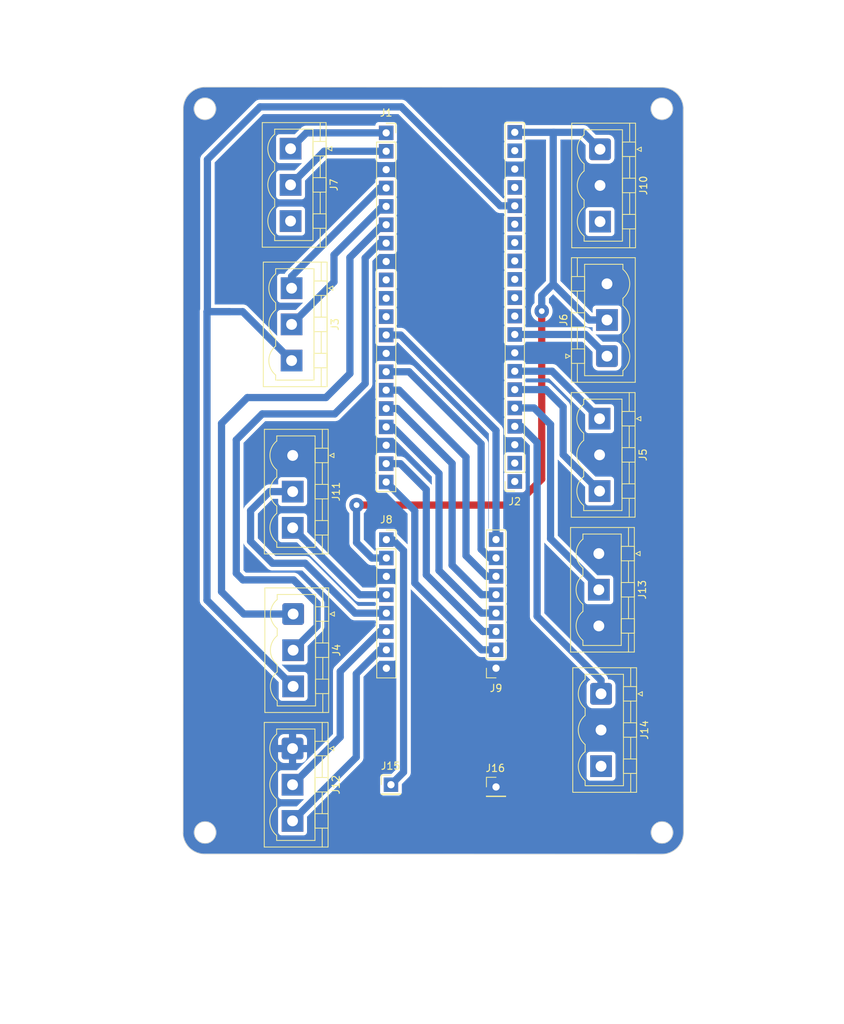
<source format=kicad_pcb>
(kicad_pcb (version 20221018) (generator pcbnew)
  (layers (0 "F.Cu" signal) (31 "B.Cu" signal) (34 "B.Paste" user) (35 "F.Paste" user) (36 "B.SilkS" user "B.Silkscreen") (37 "F.SilkS" user "F.Silkscreen") (38 "B.Mask" user) (39 "F.Mask" user) (44 "Edge.Cuts" user))
  (net 0 "")
  (net 1 "TX")
  (net 2 "RX")
  (net 4 "PWM_Servo")
  (net 5 "Fc1")
  (net 6 "EncoB1")
  (net 7 "EncoA1")
  (net 9 "Fc4")
  (net 10 "Fc3")
  (net 11 "Fc2")
  (net 12 "EncoB2")
  (net 14 "EncoA2")
  (net 17 "PWMB")
  (net 18 "BIN2")
  (net 19 "BIN1")
  (net 20 "STBY")
  (net 21 "AIN1")
  (net 22 "AIN2")
  (net 23 "PWMA")
  (net 30 "3.3V")
  (net 32 "GND")
  (net 34 "5V I_O")
  (net 35 "A02")
  (net 36 "A01")
  (net 37 "B02")
  (net 38 "B01")
  (net 39 "V_Motor")
  (footprint "Connector_PinHeader_2.54mm:PinHeader_1x01_P2.54mm_Vertical" (layer "F.Cu") (at 103.124 140.9192)
    (fp_text reference "J15" (at -0.0508 -2.5908) (layer "F.SilkS"))
    (fp_text value "Conn_01x01")
    (pad "1" thru_hole rect (at 0 0) (size 2 2) (drill 1) (layers "*.Cu" "*.Mask") (net 39 "V_Motor"))
  )
  (footprint "Connector_Phoenix_MSTB:PhoenixContact_MSTBVA_2,5_3-G_1x03_P5.00mm_Vertical" (layer "F.Cu") (at 89.2443 53.0136 -90)
    (fp_text reference "J7" (at 5 -6 -90) (layer "F.SilkS"))
    (fp_text value "Screw_Terminal_01x03")
    (pad "1" thru_hole rect (at 0 0 270) (size 3 3) (drill 1.5) (layers "*.Cu" "*.Mask") (net 1 "TX"))
    (pad "2" thru_hole rect (at 5 0 270) (size 3 3) (drill 1.5) (layers "*.Cu" "*.Mask") (net 2 "RX"))
    (pad "3" thru_hole rect (at 10 0 270) (size 3 3) (drill 1.5) (layers "*.Cu" "*.Mask"))
  )
  (footprint "Connector_Phoenix_MSTB:PhoenixContact_MSTBVA_2,5_3-G_1x03_P5.00mm_Vertical" (layer "F.Cu") (at 89.3854 72.296 -90)
    (fp_text reference "J3" (at 5 -6 -90) (layer "F.SilkS"))
    (fp_text value "Screw_Terminal_01x03")
    (pad "1" thru_hole rect (at 0 0 270) (size 3 3) (drill 1.5) (layers "*.Cu" "*.Mask") (net 6 "EncoB1"))
    (pad "2" thru_hole rect (at 5 0 270) (size 3 3) (drill 1.5) (layers "*.Cu" "*.Mask") (net 7 "EncoA1"))
    (pad "3" thru_hole rect (at 10 0 270) (size 3 3) (drill 1.5) (layers "*.Cu" "*.Mask") (net 30 "3.3V"))
  )
  (footprint "Connector_PinSocket_2.54mm:PinSocket_1x08_P2.54mm_Vertical" (layer "F.Cu") (at 102.4894 107.046)
    (fp_text reference "J8" (at 0 -2.77) (layer "F.SilkS"))
    (fp_text value "Conn_01x08" hide)
    (pad "1" thru_hole rect (at 0 0) (size 2 2) (drill 1) (layers "*.Cu" "*.Mask") (net 39 "V_Motor"))
    (pad "2" thru_hole rect (at 0 2.54) (size 2 2) (drill 1) (layers "*.Cu" "*.Mask") (net 34 "5V I_O"))
    (pad "3" thru_hole rect (at 0 5.08) (size 2 2) (drill 1) (layers "*.Cu" "*.Mask") (net 32 "GND"))
    (pad "4" thru_hole rect (at 0 7.62) (size 2 2) (drill 1) (layers "*.Cu" "*.Mask") (net 36 "A01"))
    (pad "5" thru_hole rect (at 0 10.16) (size 2 2) (drill 1) (layers "*.Cu" "*.Mask") (net 35 "A02"))
    (pad "6" thru_hole rect (at 0 12.7) (size 2 2) (drill 1) (layers "*.Cu" "*.Mask") (net 37 "B02"))
    (pad "7" thru_hole rect (at 0 15.24) (size 2 2) (drill 1) (layers "*.Cu" "*.Mask") (net 38 "B01"))
    (pad "8" thru_hole rect (at 0 17.78) (size 2 2) (drill 1) (layers "*.Cu" "B.Mask") (net 32 "GND"))
  )
  (footprint "Connector_Phoenix_MSTB:PhoenixContact_MSTBVA_2,5_3-G_1x03_P5.00mm_Vertical" (layer "F.Cu") (at 132.1703 128.3576 -90)
    (fp_text reference "J14" (at 5 -6 -90) (layer "F.SilkS"))
    (fp_text value "Screw_Terminal_01x03")
    (pad "1" thru_hole roundrect (at 0 0 270) (size 3 3) (drill 1.5) (layers "*.Cu" "*.Mask") (roundrect_rratio 0.125) (net 9 "Fc4"))
    (pad "2" thru_hole rect (at 5 0 270) (size 3 3) (drill 1.5) (layers "*.Cu" "*.Mask") (net 32 "GND"))
    (pad "3" thru_hole rect (at 10 0 270) (size 3 3) (drill 1.5) (layers "*.Cu" "*.Mask"))
  )
  (footprint "Connector_Phoenix_MSTB:PhoenixContact_MSTBVA_2,5_3-G_1x03_P5.00mm_Vertical" (layer "F.Cu") (at 89.5378 95.41 -90)
    (fp_text reference "J11" (at 5 -6 -90) (layer "F.SilkS"))
    (fp_text value "Screw_Terminal_01x03")
    (pad "1" thru_hole rect (at 0 0 270) (size 3 3) (drill 1.5) (layers "*.Cu" "*.Mask") (net 32 "GND"))
    (pad "2" thru_hole rect (at 5 0 270) (size 3 3) (drill 1.5) (layers "*.Cu" "*.Mask") (net 35 "A02"))
    (pad "3" thru_hole rect (at 10 0 270) (size 3 3) (drill 1.5) (layers "*.Cu" "*.Mask") (net 36 "A01"))
  )
  (footprint "Connector_PinSocket_2.54mm:PinSocket_1x08_P2.54mm_Vertical" (layer "F.Cu") (at 117.6528 124.8156 180)
    (fp_text reference "J9" (at 0 -2.77) (layer "F.SilkS"))
    (fp_text value "Conn_01x08" hide)
    (pad "1" thru_hole rect (at 0 0 180) (size 2 2) (drill 1) (layers "*.Cu" "*.Mask") (net 32 "GND"))
    (pad "2" thru_hole rect (at 0 2.54 180) (size 2 2) (drill 1) (layers "*.Cu" "*.Mask") (net 17 "PWMB"))
    (pad "3" thru_hole rect (at 0 5.08 180) (size 2 2) (drill 1) (layers "*.Cu" "*.Mask") (net 18 "BIN2"))
    (pad "4" thru_hole rect (at 0 7.62 180) (size 2 2) (drill 1) (layers "*.Cu" "*.Mask") (net 19 "BIN1"))
    (pad "5" thru_hole rect (at 0 10.16 180) (size 2 2) (drill 1) (layers "*.Cu" "*.Mask") (net 20 "STBY"))
    (pad "6" thru_hole rect (at 0 12.7 180) (size 2 2) (drill 1) (layers "*.Cu" "*.Mask") (net 21 "AIN1"))
    (pad "7" thru_hole rect (at 0 15.24 180) (size 2 2) (drill 1) (layers "*.Cu" "*.Mask") (net 22 "AIN2"))
    (pad "8" thru_hole rect (at 0 17.78 180) (size 2 2) (drill 1) (layers "*.Cu" "*.Mask") (net 23 "PWMA"))
  )
  (footprint "Connector_Phoenix_MSTB:PhoenixContact_MSTBVA_2,5_3-G_1x03_P5.00mm_Vertical" (layer "F.Cu") (at 89.52 135.92 -90)
    (fp_text reference "J12" (at 5 -6 -90) (layer "F.SilkS"))
    (fp_text value "Screw_Terminal_01x03")
    (pad "1" thru_hole roundrect (at 0 0 270) (size 3 3) (drill 1.5) (layers "*.Cu" "*.Mask") (roundrect_rratio 0.125) (net 32 "GND"))
    (pad "2" thru_hole rect (at 5 0 270) (size 3 3) (drill 1.5) (layers "*.Cu" "*.Mask") (net 37 "B02"))
    (pad "3" thru_hole rect (at 10 0 270) (size 3 3) (drill 1.5) (layers "*.Cu" "*.Mask") (net 38 "B01"))
  )
  (footprint "Connector_PinSocket_2.54mm:PinSocket_1x20_P2.54mm_Vertical" (layer "F.Cu") (at 120.2436 99.0092 180)
    (fp_text reference "J2" (at 0 -2.77) (layer "F.SilkS"))
    (fp_text value "Conn_01x20")
    (pad "1" thru_hole rect (at 0 0 180) (size 2 2) (drill 1) (layers "*.Cu" "*.Mask"))
    (pad "2" thru_hole rect (at 0 2.54 180) (size 2 2) (drill 1) (layers "*.Cu" "*.Mask"))
    (pad "3" thru_hole rect (at 0 5.08 180) (size 2 2) (drill 1) (layers "*.Cu" "*.Mask") (net 32 "GND"))
    (pad "4" thru_hole rect (at 0 7.62 180) (size 2 2) (drill 1) (layers "*.Cu" "*.Mask") (net 9 "Fc4"))
    (pad "5" thru_hole rect (at 0 10.16 180) (size 2 2) (drill 1) (layers "*.Cu" "*.Mask") (net 10 "Fc3"))
    (pad "6" thru_hole rect (at 0 12.7 180) (size 2 2) (drill 1) (layers "*.Cu" "*.Mask") (net 11 "Fc2"))
    (pad "7" thru_hole rect (at 0 15.24 180) (size 2 2) (drill 1) (layers "*.Cu" "*.Mask") (net 5 "Fc1"))
    (pad "8" thru_hole rect (at 0 17.78 180) (size 2 2) (drill 1) (layers "*.Cu" "*.Mask") (net 32 "GND"))
    (pad "9" thru_hole rect (at 0 20.32 180) (size 2 2) (drill 1) (layers "*.Cu" "*.Mask") (net 4 "PWM_Servo"))
    (pad "10" thru_hole rect (at 0 22.86 180) (size 2 2) (drill 1) (layers "*.Cu" "*.Mask"))
    (pad "11" thru_hole rect (at 0 25.4 180) (size 2 2) (drill 1) (layers "*.Cu" "*.Mask"))
    (pad "12" thru_hole rect (at 0 27.94 180) (size 2 2) (drill 1) (layers "*.Cu" "*.Mask"))
    (pad "13" thru_hole rect (at 0 30.48 180) (size 2 2) (drill 1) (layers "*.Cu" "*.Mask"))
    (pad "14" thru_hole rect (at 0 33.02 180) (size 2 2) (drill 1) (layers "*.Cu" "*.Mask"))
    (pad "15" thru_hole rect (at 0 35.56 180) (size 2 2) (drill 1) (layers "*.Cu" "*.Mask"))
    (pad "16" thru_hole rect (at 0 38.1 180) (size 2 2) (drill 1) (layers "*.Cu" "*.Mask") (net 30 "3.3V"))
    (pad "17" thru_hole rect (at 0 40.64 180) (size 2 2) (drill 1) (layers "*.Cu" "*.Mask"))
    (pad "18" thru_hole rect (at 0 43.18 180) (size 2 2) (drill 1) (layers "*.Cu" "*.Mask") (net 32 "GND"))
    (pad "19" thru_hole rect (at 0 45.72 180) (size 2 2) (drill 1) (layers "*.Cu" "*.Mask"))
    (pad "20" thru_hole rect (at 0 48.26 180) (size 2 2) (drill 1) (layers "*.Cu" "*.Mask") (net 34 "5V I_O"))
  )
  (footprint "Connector_Phoenix_MSTB:PhoenixContact_MSTBVA_2,5_3-G_1x03_P5.00mm_Vertical" (layer "F.Cu") (at 132.9944 81.6864 90)
    (fp_text reference "J6" (at 5 -6 90) (layer "F.SilkS"))
    (fp_text value "Screw_Terminal_01x03")
    (pad "1" thru_hole roundrect (at 0 0 90) (size 3 3) (drill 1.5) (layers "*.Cu" "*.Mask") (roundrect_rratio 0.125) (net 4 "PWM_Servo"))
    (pad "2" thru_hole rect (at 5 0 90) (size 3 3) (drill 1.5) (layers "*.Cu" "*.Mask") (net 34 "5V I_O"))
    (pad "3" thru_hole rect (at 10 0 90) (size 3 3) (drill 1.5) (layers "*.Cu" "*.Mask") (net 32 "GND"))
  )
  (footprint "Connector_Phoenix_MSTB:PhoenixContact_MSTBVA_2,5_3-G_1x03_P5.00mm_Vertical" (layer "F.Cu") (at 89.5999 117.3264 -90)
    (fp_text reference "J4" (at 5 -6 -90) (layer "F.SilkS"))
    (fp_text value "Screw_Terminal_01x03")
    (pad "1" thru_hole roundrect (at 0 0 270) (size 3 3) (drill 1.5) (layers "*.Cu" "*.Mask") (roundrect_rratio 0.125) (net 12 "EncoB2"))
    (pad "2" thru_hole rect (at 5 0 270) (size 3 3) (drill 1.5) (layers "*.Cu" "*.Mask") (net 14 "EncoA2"))
    (pad "3" thru_hole rect (at 10 0 270) (size 3 3) (drill 1.5) (layers "*.Cu" "*.Mask") (net 30 "3.3V"))
  )
  (footprint "Connector_PinSocket_2.54mm:PinSocket_1x20_P2.54mm_Vertical" (layer "F.Cu") (at 102.4636 50.8254)
    (fp_text reference "J1" (at 0 -2.77) (layer "F.SilkS"))
    (fp_text value "Conn_01x20" hide)
    (pad "1" thru_hole rect (at 0 0) (size 2 2) (drill 1) (layers "*.Cu" "*.Mask") (net 1 "TX"))
    (pad "2" thru_hole rect (at 0 2.54) (size 2 2) (drill 1) (layers "*.Cu" "*.Mask") (net 2 "RX"))
    (pad "3" thru_hole rect (at 0 5.08) (size 2 2) (drill 1) (layers "*.Cu" "*.Mask") (net 32 "GND"))
    (pad "4" thru_hole rect (at 0 7.62) (size 2 2) (drill 1) (layers "*.Cu" "*.Mask") (net 6 "EncoB1"))
    (pad "5" thru_hole rect (at 0 10.16) (size 2 2) (drill 1) (layers "*.Cu" "*.Mask") (net 7 "EncoA1"))
    (pad "6" thru_hole rect (at 0 12.7) (size 2 2) (drill 1) (layers "*.Cu" "*.Mask") (net 12 "EncoB2"))
    (pad "7" thru_hole rect (at 0 15.24) (size 2 2) (drill 1) (layers "*.Cu" "*.Mask") (net 14 "EncoA2"))
    (pad "8" thru_hole rect (at 0 17.78) (size 2 2) (drill 1) (layers "*.Cu" "*.Mask") (net 32 "GND"))
    (pad "9" thru_hole rect (at 0 20.32) (size 2 2) (drill 1) (layers "*.Cu" "*.Mask"))
    (pad "10" thru_hole rect (at 0 22.86) (size 2 2) (drill 1) (layers "*.Cu" "*.Mask"))
    (pad "11" thru_hole rect (at 0 25.4) (size 2 2) (drill 1) (layers "*.Cu" "*.Mask"))
    (pad "12" thru_hole rect (at 0 27.94) (size 2 2) (drill 1) (layers "*.Cu" "*.Mask") (net 23 "PWMA"))
    (pad "13" thru_hole rect (at 0 30.48) (size 2 2) (drill 1) (layers "*.Cu" "*.Mask") (net 32 "GND"))
    (pad "14" thru_hole rect (at 0 33.02) (size 2 2) (drill 1) (layers "*.Cu" "*.Mask") (net 22 "AIN2"))
    (pad "15" thru_hole rect (at 0 35.56) (size 2 2) (drill 1) (layers "*.Cu" "*.Mask") (net 21 "AIN1"))
    (pad "16" thru_hole rect (at 0 38.1) (size 2 2) (drill 1) (layers "*.Cu" "*.Mask") (net 20 "STBY"))
    (pad "17" thru_hole rect (at 0 40.64) (size 2 2) (drill 1) (layers "*.Cu" "*.Mask") (net 19 "BIN1"))
    (pad "18" thru_hole rect (at 0 43.18) (size 2 2) (drill 1) (layers "*.Cu" "*.Mask") (net 32 "GND"))
    (pad "19" thru_hole rect (at 0 45.72) (size 2 2) (drill 1) (layers "*.Cu" "*.Mask") (net 18 "BIN2"))
    (pad "20" thru_hole rect (at 0 48.26) (size 2 2) (drill 1) (layers "*.Cu" "*.Mask") (net 17 "PWMB"))
  )
  (footprint "Connector_Phoenix_MSTB:PhoenixContact_MSTBVA_2,5_3-G_1x03_P5.00mm_Vertical" (layer "F.Cu") (at 132.0292 53.0936 -90)
    (fp_text reference "J10" (at 5 -6 -90) (layer "F.SilkS"))
    (fp_text value "Screw_Terminal_01x03")
    (pad "1" thru_hole roundrect (at 0 0 270) (size 3 3) (drill 1.5) (layers "*.Cu" "*.Mask") (roundrect_rratio 0.125) (net 34 "5V I_O"))
    (pad "2" thru_hole rect (at 5 0 270) (size 3 3) (drill 1.5) (layers "*.Cu" "*.Mask") (net 32 "GND"))
    (pad "3" thru_hole rect (at 10 0 270) (size 3 3) (drill 1.5) (layers "*.Cu" "*.Mask"))
  )
  (footprint "Connector_PinHeader_2.54mm:PinHeader_1x01_P2.54mm_Vertical" (layer "F.Cu") (at 117.6528 141.224)
    (fp_text reference "J16" (at -0.1016 -2.5908) (layer "F.SilkS"))
    (fp_text value "Conn_01x01")
    (pad "1" thru_hole rect (at 0 0) (size 2 2) (drill 1) (layers "*.Cu" "*.Mask") (net 32 "GND"))
  )
  (footprint "Connector_Phoenix_MSTB:PhoenixContact_MSTBVA_2,5_3-G_1x03_P5.00mm_Vertical" (layer "F.Cu") (at 131.9671 90.33 -90)
    (fp_text reference "J5" (at 5 -6 -90) (layer "F.SilkS"))
    (fp_text value "Screw_Terminal_01x03")
    (pad "1" thru_hole rect (at 0 0 270) (size 3 3) (drill 1.5) (layers "*.Cu" "*.Mask") (net 5 "Fc1"))
    (pad "2" thru_hole rect (at 5 0 270) (size 3 3) (drill 1.5) (layers "*.Cu" "*.Mask") (net 32 "GND"))
    (pad "3" thru_hole rect (at 10 0 270) (size 3 3) (drill 1.5) (layers "*.Cu" "*.Mask") (net 11 "Fc2"))
  )
  (footprint "Connector_Phoenix_MSTB:PhoenixContact_MSTBVA_2,5_3-G_1x03_P5.00mm_Vertical" (layer "F.Cu") (at 131.8655 108.9736 -90)
    (fp_text reference "J13" (at 5 -6 -90) (layer "F.SilkS"))
    (fp_text value "Screw_Terminal_01x03")
    (pad "1" thru_hole roundrect (at 0 0 270) (size 3 3) (drill 1.5) (layers "*.Cu" "*.Mask") (roundrect_rratio 0.125) (net 32 "GND"))
    (pad "2" thru_hole rect (at 5 0 270) (size 3 3) (drill 1.5) (layers "*.Cu" "*.Mask") (net 10 "Fc3"))
    (pad "3" thru_hole rect (at 10 0 270) (size 3 3) (drill 1.5) (layers "*.Cu" "*.Mask") (net 32 "GND"))
  )
  (gr_circle (center 77.43 147.52) (end 76.13 146.77) (stroke (width 0.1)) (fill none) (layer "Edge.Cuts"))
  (gr_arc (start 77.37132 150.49868) (mid 75.25 149.62) (end 74.37132 147.49868) (stroke (width 0.1)) (layer "Edge.Cuts"))
  (gr_arc (start 143.57868 147.51868) (mid 142.7 149.64) (end 140.57868 150.51868) (stroke (width 0.1)) (layer "Edge.Cuts"))
  (gr_arc (start 140.55868 44.53132) (mid 142.68 45.41) (end 143.55868 47.53132) (stroke (width 0.1)) (layer "Edge.Cuts"))
  (gr_line (start 143.57868 147.51868) (end 143.55 47.51) (stroke (width 0.1)) (layer "Edge.Cuts"))
  (gr_line (start 140.55868 44.53132) (end 77.41 44.5) (stroke (width 0.1)) (layer "Edge.Cuts"))
  (gr_circle (center 140.58 47.499167) (end 139.28 46.749167) (stroke (width 0.1)) (fill none) (layer "Edge.Cuts"))
  (gr_arc (start 74.41 47.5) (mid 75.28868 45.37868) (end 77.41 44.5) (stroke (width 0.1)) (layer "Edge.Cuts"))
  (gr_circle (center 140.6 147.519167) (end 139.3 146.769167) (stroke (width 0.1)) (fill none) (layer "Edge.Cuts"))
  (gr_circle (center 77.41 47.5) (end 76.11 46.75) (stroke (width 0.1)) (fill none) (layer "Edge.Cuts"))
  (gr_line (start 74.41 47.5) (end 74.39 147.5) (stroke (width 0.1)) (layer "Edge.Cuts"))
  (gr_line (start 77.37132 150.49868) (end 140.56 150.52) (stroke (width 0.1)) (layer "Edge.Cuts"))
  (segment (start 89.2443 53.0136) (end 91.4325 50.8254) (width 1) (layer "B.Cu") (net 1))
  (segment (start 91.4325 50.8254) (end 102.4636 50.8254) (width 1) (layer "B.Cu") (net 1))
  (segment (start 89.2443 58.0136) (end 93.8925 53.3654) (width 1) (layer "B.Cu") (net 2))
  (segment (start 93.8925 53.3654) (end 102.4636 53.3654) (width 1) (layer "B.Cu") (net 2))
  (segment (start 129.9972 78.6892) (end 120.2436 78.6892) (width 1) (layer "B.Cu") (net 4))
  (segment (start 132.9944 81.6864) (end 129.9972 78.6892) (width 1) (layer "B.Cu") (net 4))
  (segment (start 125.4063 83.7692) (end 120.2436 83.7692) (width 1) (layer "B.Cu") (net 5))
  (segment (start 131.9671 90.33) (end 125.4063 83.7692) (width 1) (layer "B.Cu") (net 5))
  (segment (start 101.6036 58.4454) (end 102.4636 58.4454) (width 1) (layer "B.Cu") (net 6))
  (segment (start 89.3854 72.296) (end 89.3854 70.6636) (width 1) (layer "B.Cu") (net 6))
  (segment (start 89.3854 70.6636) (end 101.6036 58.4454) (width 1) (layer "B.Cu") (net 6))
  (segment (start 101.9546 60.9854) (end 102.4636 60.9854) (width 1) (layer "B.Cu") (net 7))
  (segment (start 89.3854 77.296) (end 95.25 71.4314) (width 1) (layer "B.Cu") (net 7))
  (segment (start 95.25 67.69) (end 101.9546 60.9854) (width 1) (layer "B.Cu") (net 7))
  (segment (start 95.25 71.4314) (end 95.25 67.69) (width 1) (layer "B.Cu") (net 7))
  (segment (start 121.1036 91.3892) (end 120.2436 91.3892) (width 1) (layer "B.Cu") (net 9))
  (segment (start 132.1703 126.4803) (end 123.33 117.64) (width 1) (layer "B.Cu") (net 9))
  (segment (start 123.33 93.6156) (end 121.1036 91.3892) (width 1) (layer "B.Cu") (net 9))
  (segment (start 123.33 117.64) (end 123.33 93.6156) (width 1) (layer "B.Cu") (net 9))
  (segment (start 132.1703 128.3576) (end 132.1703 126.4803) (width 1) (layer "B.Cu") (net 9))
  (segment (start 122.9192 88.8492) (end 120.2436 88.8492) (width 1) (layer "B.Cu") (net 10))
  (segment (start 131.8655 113.9736) (end 131.8655 113.5855) (width 1) (layer "B.Cu") (net 10))
  (segment (start 131.8655 113.5855) (end 125.19 106.91) (width 1) (layer "B.Cu") (net 10))
  (segment (start 125.19 91.12) (end 122.9192 88.8492) (width 1) (layer "B.Cu") (net 10))
  (segment (start 125.19 106.91) (end 125.19 91.12) (width 1) (layer "B.Cu") (net 10))
  (segment (start 124.5392 86.3092) (end 120.2436 86.3092) (width 1) (layer "B.Cu") (net 11))
  (segment (start 126.93 95.2929) (end 126.93 88.7) (width 1) (layer "B.Cu") (net 11))
  (segment (start 126.93 88.7) (end 124.5392 86.3092) (width 1) (layer "B.Cu") (net 11))
  (segment (start 131.9671 100.33) (end 126.93 95.2929) (width 1) (layer "B.Cu") (net 11))
  (segment (start 94.13 87.41) (end 97.45 84.09) (width 1) (layer "B.Cu") (net 12))
  (segment (start 89.5999 117.3264) (end 82.7864 117.3264) (width 1) (layer "B.Cu") (net 12))
  (segment (start 97.45 68.05) (end 101.9746 63.5254) (width 1) (layer "B.Cu") (net 12))
  (segment (start 82.7864 117.3264) (end 79.7 114.24) (width 1) (layer "B.Cu") (net 12))
  (segment (start 83.27 87.41) (end 94.13 87.41) (width 1) (layer "B.Cu") (net 12))
  (segment (start 79.7 114.24) (end 79.7 90.98) (width 1) (layer "B.Cu") (net 12))
  (segment (start 79.7 90.98) (end 83.27 87.41) (width 1) (layer "B.Cu") (net 12))
  (segment (start 97.45 84.09) (end 97.45 68.05) (width 1) (layer "B.Cu") (net 12))
  (segment (start 101.9746 63.5254) (end 102.4636 63.5254) (width 1) (layer "B.Cu") (net 12))
  (segment (start 92.91 115.86) (end 89.66 112.61) (width 1) (layer "B.Cu") (net 14))
  (segment (start 81.74 93.26) (end 85.33 89.67) (width 1) (layer "B.Cu") (net 14))
  (segment (start 92.91 119.0163) (end 92.91 115.86) (width 1) (layer "B.Cu") (net 14))
  (segment (start 99.56 85.47) (end 99.56 68.109) (width 1) (layer "B.Cu") (net 14))
  (segment (start 82.65 112.61) (end 81.74 111.7) (width 1) (layer "B.Cu") (net 14))
  (segment (start 89.5999 122.3264) (end 92.91 119.0163) (width 1) (layer "B.Cu") (net 14))
  (segment (start 81.74 111.7) (end 81.74 93.26) (width 1) (layer "B.Cu") (net 14))
  (segment (start 89.66 112.61) (end 82.65 112.61) (width 1) (layer "B.Cu") (net 14))
  (segment (start 99.56 68.109) (end 101.6036 66.0654) (width 1) (layer "B.Cu") (net 14))
  (segment (start 85.33 89.67) (end 95.36 89.67) (width 1) (layer "B.Cu") (net 14))
  (segment (start 95.36 89.67) (end 99.56 85.47) (width 1) (layer "B.Cu") (net 14))
  (segment (start 101.6036 66.0654) (end 102.4636 66.0654) (width 1) (layer "B.Cu") (net 14))
  (segment (start 106.42 103.0418) (end 102.4636 99.0854) (width 1) (layer "B.Cu") (net 17))
  (segment (start 115.6528 122.2756) (end 106.42 113.0428) (width 1) (layer "B.Cu") (net 17))
  (segment (start 106.42 113.0428) (end 106.42 103.0418) (width 1) (layer "B.Cu") (net 17))
  (segment (start 117.6528 122.2756) (end 115.6528 122.2756) (width 1) (layer "B.Cu") (net 17))
  (segment (start 115.8356 119.7356) (end 108.01 111.91) (width 1) (layer "B.Cu") (net 18))
  (segment (start 117.6528 119.7356) (end 115.8356 119.7356) (width 1) (layer "B.Cu") (net 18))
  (segment (start 108.01 111.91) (end 108.01 100.13) (width 1) (layer "B.Cu") (net 18))
  (segment (start 104.4254 96.5454) (end 102.4636 96.5454) (width 1) (layer "B.Cu") (net 18))
  (segment (start 108.01 100.13) (end 104.4254 96.5454) (width 1) (layer "B.Cu") (net 18))
  (segment (start 117.6528 117.1956) (end 115.6528 117.1956) (width 1) (layer "B.Cu") (net 19))
  (segment (start 103.3236 91.4654) (end 102.4636 91.4654) (width 1) (layer "B.Cu") (net 19))
  (segment (start 109.77 97.9118) (end 103.3236 91.4654) (width 1) (layer "B.Cu") (net 19))
  (segment (start 109.77 111.3128) (end 109.77 97.9118) (width 1) (layer "B.Cu") (net 19))
  (segment (start 115.6528 117.1956) (end 109.77 111.3128) (width 1) (layer "B.Cu") (net 19))
  (segment (start 117.6528 114.6556) (end 115.6528 114.6556) (width 1) (layer "B.Cu") (net 20))
  (segment (start 115.6528 114.6556) (end 111.58 110.5828) (width 1) (layer "B.Cu") (net 20))
  (segment (start 111.58 96.52) (end 103.9854 88.9254) (width 1) (layer "B.Cu") (net 20))
  (segment (start 111.58 110.5828) (end 111.58 96.52) (width 1) (layer "B.Cu") (net 20))
  (segment (start 103.9854 88.9254) (end 102.4636 88.9254) (width 1) (layer "B.Cu") (net 20))
  (segment (start 116.3556 112.1156) (end 113.5 109.26) (width 1) (layer "B.Cu") (net 21))
  (segment (start 104.2554 86.3854) (end 102.4636 86.3854) (width 1) (layer "B.Cu") (net 21))
  (segment (start 113.5 95.63) (end 104.2554 86.3854) (width 1) (layer "B.Cu") (net 21))
  (segment (start 113.5 109.26) (end 113.5 95.63) (width 1) (layer "B.Cu") (net 21))
  (segment (start 117.6528 112.1156) (end 116.3556 112.1156) (width 1) (layer "B.Cu") (net 21))
  (segment (start 115.59 108.3728) (end 115.59 93.81) (width 1) (layer "B.Cu") (net 22))
  (segment (start 116.7928 109.5756) (end 115.59 108.3728) (width 1) (layer "B.Cu") (net 22))
  (segment (start 105.6254 83.8454) (end 102.4636 83.8454) (width 1) (layer "B.Cu") (net 22))
  (segment (start 115.59 93.81) (end 105.6254 83.8454) (width 1) (layer "B.Cu") (net 22))
  (segment (start 117.6528 109.5756) (end 116.7928 109.5756) (width 1) (layer "B.Cu") (net 22))
  (segment (start 117.6528 91.9546) (end 104.4636 78.7654) (width 1) (layer "B.Cu") (net 23))
  (segment (start 104.4636 78.7654) (end 102.4636 78.7654) (width 1) (layer "B.Cu") (net 23))
  (segment (start 117.6528 107.0356) (end 117.6528 91.9546) (width 1) (layer "B.Cu") (net 23))
  (segment (start 77.69 75.5406) (end 80.78 75.5406) (width 1) (layer "B.Cu") (net 30))
  (segment (start 120.2436 60.9092) (end 118.2436 60.9092) (width 1) (layer "B.Cu") (net 30))
  (segment (start 89.5999 127.3264) (end 77.69 115.4165) (width 1) (layer "B.Cu") (net 30))
  (segment (start 80.78 75.5406) (end 82.63 75.5406) (width 1) (layer "B.Cu") (net 30))
  (segment (start 77.75 54.51) (end 77.75 75.5406) (width 1) (layer "B.Cu") (net 30))
  (segment (start 104.5644 47.23) (end 85.03 47.23) (width 1) (layer "B.Cu") (net 30))
  (segment (start 118.2436 60.9092) (end 104.5644 47.23) (width 1) (layer "B.Cu") (net 30))
  (segment (start 77.75 75.5406) (end 80.78 75.5406) (width 1) (layer "B.Cu") (net 30))
  (segment (start 77.69 115.4165) (end 77.69 75.5406) (width 1) (layer "B.Cu") (net 30))
  (segment (start 85.03 47.23) (end 77.75 54.51) (width 1) (layer "B.Cu") (net 30))
  (segment (start 82.63 75.5406) (end 89.3854 82.296) (width 1) (layer "B.Cu") (net 30))
  (segment (start 98.37 102.27) (end 120.3828 102.27) (width 1) (layer "F.Cu") (net 34))
  (segment (start 120.3828 102.27) (end 123.97 98.6828) (width 1) (layer "F.Cu") (net 34))
  (segment (start 123.97 98.6828) (end 123.97 75.46) (width 1) (layer "F.Cu") (net 34))
  (via (at 123.97 75.46) (size 2) (drill 0.8) (layers "F.Cu" "B.Cu") (net 34))
  (via (at 98.37 102.27) (size 2) (drill 0.8) (layers "F.Cu" "B.Cu") (net 34))
  (segment (start 125.56 50.8092) (end 125.62 50.7492) (width 1) (layer "B.Cu") (net 34))
  (segment (start 125.62 50.7492) (end 120.2436 50.7492) (width 1) (layer "B.Cu") (net 34))
  (segment (start 98.37 107.4666) (end 98.37 102.27) (width 1) (layer "B.Cu") (net 34))
  (segment (start 130.5364 76.6864) (end 125.56 71.71) (width 1) (layer "B.Cu") (net 34))
  (segment (start 125.56 71.71) (end 125.56 50.8092) (width 1) (layer "B.Cu") (net 34))
  (segment (start 102.4894 109.586) (end 100.4894 109.586) (width 1) (layer "B.Cu") (net 34))
  (segment (start 129.6848 50.7492) (end 125.62 50.7492) (width 1) (layer "B.Cu") (net 34))
  (segment (start 132.0292 53.0936) (end 129.6848 50.7492) (width 1) (layer "B.Cu") (net 34))
  (segment (start 100.4894 109.586) (end 98.37 107.4666) (width 1) (layer "B.Cu") (net 34))
  (segment (start 125.56 71.71) (end 123.97 73.3) (width 1) (layer "B.Cu") (net 34))
  (segment (start 123.97 73.3) (end 123.97 75.46) (width 1) (layer "B.Cu") (net 34))
  (segment (start 132.9944 76.6864) (end 130.5364 76.6864) (width 1) (layer "B.Cu") (net 34))
  (segment (start 91.27 110.31) (end 98.166 117.206) (width 1) (layer "B.Cu") (net 35))
  (segment (start 86.35 100.41) (end 83.72 103.04) (width 1) (layer "B.Cu") (net 35))
  (segment (start 98.166 117.206) (end 102.4894 117.206) (width 1) (layer "B.Cu") (net 35))
  (segment (start 86.75 110.31) (end 91.27 110.31) (width 1) (layer "B.Cu") (net 35))
  (segment (start 89.5378 100.41) (end 86.35 100.41) (width 1) (layer "B.Cu") (net 35))
  (segment (start 83.72 103.04) (end 83.72 107.28) (width 1) (layer "B.Cu") (net 35))
  (segment (start 83.72 107.28) (end 86.75 110.31) (width 1) (layer "B.Cu") (net 35))
  (segment (start 98.7938 114.666) (end 102.4894 114.666) (width 1) (layer "B.Cu") (net 36))
  (segment (start 89.5378 105.41) (end 98.7938 114.666) (width 1) (layer "B.Cu") (net 36))
  (segment (start 89.52 140.92) (end 96.11 134.33) (width 1) (layer "B.Cu") (net 37))
  (segment (start 101.6294 119.746) (end 102.4894 119.746) (width 1) (layer "B.Cu") (net 37))
  (segment (start 96.11 134.33) (end 96.11 125.2654) (width 1) (layer "B.Cu") (net 37))
  (segment (start 96.11 125.2654) (end 101.6294 119.746) (width 1) (layer "B.Cu") (net 37))
  (segment (start 98.33 125.5854) (end 101.6294 122.286) (width 1) (layer "B.Cu") (net 38))
  (segment (start 101.6294 122.286) (end 102.4894 122.286) (width 1) (layer "B.Cu") (net 38))
  (segment (start 98.33 137.11) (end 98.33 125.5854) (width 1) (layer "B.Cu") (net 38))
  (segment (start 89.52 145.92) (end 98.33 137.11) (width 1) (layer "B.Cu") (net 38))
  (segment (start 104.87 108.5666) (end 104.87 139.1732) (width 1) (layer "B.Cu") (net 39))
  (segment (start 103.3494 107.046) (end 104.87 108.5666) (width 1) (layer "B.Cu") (net 39))
  (segment (start 102.4894 107.046) (end 103.3494 107.046) (width 1) (layer "B.Cu") (net 39))
  (segment (start 104.87 139.1732) (end 103.124 140.9192) (width 1) (layer "B.Cu") (net 39))
  (zone (net 32) (net_name "GND") (layer "B.Cu") (connect_pads (clearance 0.5)) (min_thickness 0.25) (fill yes (thermal_gap 0.5) (thermal_bridge_width 1))
    (polygon (pts (xy 60.5028 32.4612) (xy 159.3088 33.782) (xy 165.7604 173.99) (xy 49.0728 172.9232) (xy 53.34 33.2232)))
  )
)
</source>
